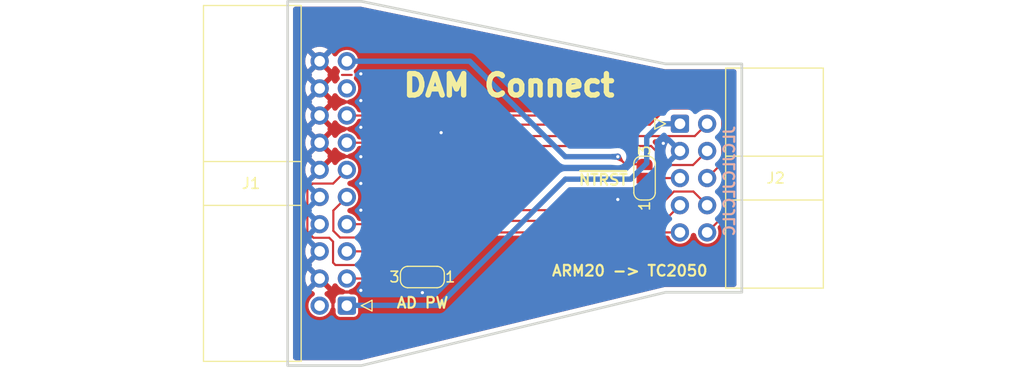
<source format=kicad_pcb>
(kicad_pcb (version 20240108) (generator "pcbnew") (generator_version "8.0")
  (title_block (title "DAM Connect") (date "2024-06-15") (rev "a") (comment 1 "MootSeeker 2024"))
  (layers (0 "F.Cu" signal) (31 "B.Cu" power) (34 "B.Paste" user) (35 "F.Paste" user) (36 "B.SilkS" user "B.Silkscreen") (37 "F.SilkS" user "F.Silkscreen") (38 "B.Mask" user) (39 "F.Mask" user) (44 "Edge.Cuts" user))
  (net 0 "")
  (net 1 "GND")
  (net 2 "/RTCLK")
  (net 3 "/TDI")
  (net 4 "/SWCLK")
  (net 5 "VCC")
  (net 6 "/~{RESET}")
  (net 8 "/SWDIO")
  (net 9 "/~{nTRST}")
  (net 11 "+5V")
  (net 12 "/SWO")
  (net 13 "Net-(J2-GNDDetect)")
  (net 14 "Net-(JP1-C)")
  (footprint "Jumper:SolderJumper-3_P1.3mm_Bridged12_RoundedPad1.0x1.5mm_NumberLabels" (layer "F.Cu") (at 169.5 89 90)
    (property "Reference" "JP1" (hide yes))
    (property "Value" "SolderJumper_3_Bridged12")
    (fp_poly (pts (xy -0.9 -0.3) (xy -0.4 -0.3) (xy -0.4 0.3) (xy -0.9 0.3)) (fill solid) (layer "F.Cu"))
    (fp_line (start -1.4 -1) (end 1.4 -1) (stroke (width 0.12)) (layer "F.SilkS"))
    (fp_line (start 2.05 -0.3) (end 2.05 0.3) (stroke (width 0.12)) (layer "F.SilkS"))
    (fp_line (start -2.05 0.3) (end -2.05 -0.3) (stroke (width 0.12)) (layer "F.SilkS"))
    (fp_line (start 1.4 1) (end -1.4 1) (stroke (width 0.12)) (layer "F.SilkS"))
    (fp_arc (start 1.35 -1) (mid 1.844975 -0.794975) (end 2.05 -0.3) (stroke (width 0.12)) (layer "F.SilkS"))
    (fp_arc (start -2.05 -0.3) (mid -1.844975 -0.794975) (end -1.35 -1) (stroke (width 0.12)) (layer "F.SilkS"))
    (fp_arc (start 2.05 0.3) (mid 1.844975 0.794975) (end 1.35 1) (stroke (width 0.12)) (layer "F.SilkS"))
    (fp_arc (start -1.35 1) (mid -1.844975 0.794975) (end -2.05 0.3) (stroke (width 0.12)) (layer "F.SilkS"))
    (fp_text user "1" (at -2.6 0 90) (layer "F.SilkS"))
    (fp_text user "3" (at 2.6 0 90) (layer "F.SilkS"))
    (pad "1" smd custom (at -1.3 0 90) (size 1 0.5) (layers "F.Cu" "F.Mask") (net 1 "GND") (options (clearance outline) (anchor rect)) (primitives (gr_poly (pts (xy 0.55 0.75) (xy 0 0.75) (xy 0 -0.75) (xy 0.55 -0.75)) (width 0) (fill yes)) (gr_circle (center 0 0.25) (end 0.5 0.25) (width 0) (fill yes)) (gr_circle (center 0 -0.25) (end 0.5 -0.25) (width 0) (fill yes))))
    (pad "2" smd rect (at 0 0 90) (size 1 1.5) (layers "F.Cu" "F.Mask") (net 14 "Net-(JP1-C)"))
    (pad "3" smd custom (at 1.3 0 90) (size 1 0.5) (layers "F.Cu" "F.Mask") (net 11 "+5V") (options (clearance outline) (anchor rect)) (primitives (gr_circle (center 0 0.25) (end 0.5 0.25) (width 0) (fill yes)) (gr_circle (center 0 -0.25) (end 0.5 -0.25) (width 0) (fill yes)) (gr_poly (pts (xy 0 0.75) (xy -0.55 0.75) (xy -0.55 -0.75) (xy 0 -0.75)) (width 0) (fill yes))))
  )
  (footprint "Connector_IDC:IDC-Header_2x05_P2.54mm_Horizontal" (layer "F.Cu") (at 172.8025 83.92)
    (property "Reference" "J2" (at 8.9475 5.08 0) (layer "F.SilkS"))
    (property "Value" "Conn_ARM_JTAG_SWD_10")
    (fp_line (start -2.35 -0.5) (end -2.35 0.5) (stroke (width 0.12)) (layer "F.SilkS"))
    (fp_line (start -2.35 0.5) (end -1.35 0) (stroke (width 0.12)) (layer "F.SilkS"))
    (fp_line (start -1.35 0) (end -2.35 -0.5) (stroke (width 0.12)) (layer "F.SilkS"))
    (fp_line (start 4.27 -5.21) (end 13.39 -5.21) (stroke (width 0.12)) (layer "F.SilkS"))
    (fp_line (start 4.27 3.03) (end 13.39 3.03) (stroke (width 0.12)) (layer "F.SilkS"))
    (fp_line (start 4.27 7.13) (end 13.39 7.13) (stroke (width 0.12)) (layer "F.SilkS"))
    (fp_line (start 4.27 15.37) (end 4.27 -5.21) (stroke (width 0.12)) (layer "F.SilkS"))
    (fp_line (start 13.39 -5.21) (end 13.39 15.37) (stroke (width 0.12)) (layer "F.SilkS"))
    (fp_line (start 13.39 15.37) (end 4.27 15.37) (stroke (width 0.12)) (layer "F.SilkS"))
    (pad "1" thru_hole roundrect (at 0 0) (size 1.7 1.7) (drill 1) (layers "*.Cu" "*.Mask") (roundrect_rratio 0.147059) (net 5 "VCC"))
    (pad "2" thru_hole circle (at 2.54 0) (size 1.7 1.7) (drill 1) (layers "*.Cu" "*.Mask") (net 8 "/SWDIO"))
    (pad "3" thru_hole circle (at 0 2.54) (size 1.7 1.7) (drill 1) (layers "*.Cu" "*.Mask") (net 1 "GND"))
    (pad "4" thru_hole circle (at 2.54 2.54) (size 1.7 1.7) (drill 1) (layers "*.Cu" "*.Mask") (net 4 "/SWCLK"))
    (pad "5" thru_hole circle (at 0 5.08) (size 1.7 1.7) (drill 1) (layers "*.Cu" "*.Mask") (net 14 "Net-(JP1-C)"))
    (pad "6" thru_hole circle (at 2.54 5.08) (size 1.7 1.7) (drill 1) (layers "*.Cu" "*.Mask") (net 12 "/SWO"))
    (pad "7" thru_hole circle (at 0 7.62) (size 1.7 1.7) (drill 1) (layers "*.Cu" "*.Mask") (net 2 "/RTCLK"))
    (pad "8" thru_hole circle (at 2.54 7.62) (size 1.7 1.7) (drill 1) (layers "*.Cu" "*.Mask") (net 3 "/TDI"))
    (pad "9" thru_hole circle (at 0 10.16) (size 1.7 1.7) (drill 1) (layers "*.Cu" "*.Mask") (net 13 "Net-(J2-GNDDetect)"))
    (pad "10" thru_hole circle (at 2.54 10.16) (size 1.7 1.7) (drill 1) (layers "*.Cu" "*.Mask") (net 6 "/~{RESET}"))
  )
  (footprint "Connector_IDC:IDC-Header_2x10_P2.54mm_Horizontal" (layer "F.Cu") (at 141.6975 100.93 180)
    (property "Reference" "J1" (at 8.9475 11.43 0) (layer "F.SilkS"))
    (property "Value" "Conn_ARM_JTAG_SWD_20")
    (fp_line (start 13.39 28.07) (end 4.27 28.07) (stroke (width 0.12)) (layer "F.SilkS"))
    (fp_line (start 13.39 -5.21) (end 13.39 28.07) (stroke (width 0.12)) (layer "F.SilkS"))
    (fp_line (start 4.27 28.07) (end 4.27 -5.21) (stroke (width 0.12)) (layer "F.SilkS"))
    (fp_line (start 4.27 13.48) (end 13.39 13.48) (stroke (width 0.12)) (layer "F.SilkS"))
    (fp_line (start 4.27 9.38) (end 13.39 9.38) (stroke (width 0.12)) (layer "F.SilkS"))
    (fp_line (start 4.27 -5.21) (end 13.39 -5.21) (stroke (width 0.12)) (layer "F.SilkS"))
    (fp_line (start -1.35 0) (end -2.35 -0.5) (stroke (width 0.12)) (layer "F.SilkS"))
    (fp_line (start -2.35 0.5) (end -1.35 0) (stroke (width 0.12)) (layer "F.SilkS"))
    (fp_line (start -2.35 -0.5) (end -2.35 0.5) (stroke (width 0.12)) (layer "F.SilkS"))
    (pad "1" thru_hole roundrect (at 0 0 180) (size 1.7 1.7) (drill 1) (layers "*.Cu" "*.Mask") (roundrect_rratio 0.147059) (net 5 "VCC"))
    (pad "2" thru_hole circle (at 2.54 0 180) (size 1.7 1.7) (drill 1) (layers "*.Cu" "*.Mask"))
    (pad "3" thru_hole circle (at 0 2.54 180) (size 1.7 1.7) (drill 1) (layers "*.Cu" "*.Mask") (net 9 "/~{nTRST}"))
    (pad "4" thru_hole circle (at 2.54 2.54 180) (size 1.7 1.7) (drill 1) (layers "*.Cu" "*.Mask") (net 1 "GND"))
    (pad "5" thru_hole circle (at 0 5.08 180) (size 1.7 1.7) (drill 1) (layers "*.Cu" "*.Mask") (net 3 "/TDI"))
    (pad "6" thru_hole circle (at 2.54 5.08 180) (size 1.7 1.7) (drill 1) (layers "*.Cu" "*.Mask") (net 1 "GND"))
    (pad "7" thru_hole circle (at 0 7.62 180) (size 1.7 1.7) (drill 1) (layers "*.Cu" "*.Mask") (net 8 "/SWDIO"))
    (pad "8" thru_hole circle (at 2.54 7.62 180) (size 1.7 1.7) (drill 1) (layers "*.Cu" "*.Mask") (net 1 "GND"))
    (pad "9" thru_hole circle (at 0 10.16 180) (size 1.7 1.7) (drill 1) (layers "*.Cu" "*.Mask") (net 4 "/SWCLK"))
    (pad "10" thru_hole circle (at 2.54 10.16 180) (size 1.7 1.7) (drill 1) (layers "*.Cu" "*.Mask") (net 1 "GND"))
    (pad "11" thru_hole circle (at 0 12.7 180) (size 1.7 1.7) (drill 1) (layers "*.Cu" "*.Mask") (net 2 "/RTCLK"))
    (pad "12" thru_hole circle (at 2.54 12.7 180) (size 1.7 1.7) (drill 1) (layers "*.Cu" "*.Mask") (net 1 "GND"))
    (pad "13" thru_hole circle (at 0 15.24 180) (size 1.7 1.7) (drill 1) (layers "*.Cu" "*.Mask") (net 12 "/SWO"))
    (pad "14" thru_hole circle (at 2.54 15.24 180) (size 1.7 1.7) (drill 1) (layers "*.Cu" "*.Mask") (net 1 "GND"))
    (pad "15" thru_hole circle (at 0 17.78 180) (size 1.7 1.7) (drill 1) (layers "*.Cu" "*.Mask") (net 6 "/~{RESET}"))
    (pad "16" thru_hole circle (at 2.54 17.78 180) (size 1.7 1.7) (drill 1) (layers "*.Cu" "*.Mask") (net 1 "GND"))
    (pad "17" thru_hole circle (at 0 20.32 180) (size 1.7 1.7) (drill 1) (layers "*.Cu" "*.Mask"))
    (pad "18" thru_hole circle (at 2.54 20.32 180) (size 1.7 1.7) (drill 1) (layers "*.Cu" "*.Mask") (net 1 "GND"))
    (pad "19" thru_hole circle (at 0 22.86 180) (size 1.7 1.7) (drill 1) (layers "*.Cu" "*.Mask") (net 11 "+5V"))
    (pad "20" thru_hole circle (at 2.54 22.86 180) (size 1.7 1.7) (drill 1) (layers "*.Cu" "*.Mask") (net 1 "GND"))
  )
  (footprint "Fiducial:Fiducial_0.5mm_Mask1mm" (layer "F.Cu") (at 144 104.5)
    (property "Reference" "FID2" (hide yes))
    (property "Value" "Fiducial")
    (pad "" smd circle (at 0 0) (size 0.5 0.5) (layers "F.Cu" "F.Mask") (clearance 0.25))
  )
  (footprint "Jumper:SolderJumper-3_P1.3mm_Bridged12_RoundedPad1.0x1.5mm_NumberLabels" (layer "F.Cu") (at 148.75 98.25 180)
    (property "Reference" "JP2" (hide yes))
    (property "Value" "SolderJumper_3_Bridged12")
    (fp_poly (pts (xy -0.9 -0.3) (xy -0.4 -0.3) (xy -0.4 0.3) (xy -0.9 0.3)) (fill solid) (layer "F.Cu"))
    (fp_line (start 2.05 -0.3) (end 2.05 0.3) (stroke (width 0.12)) (layer "F.SilkS"))
    (fp_line (start 1.4 1) (end -1.4 1) (stroke (width 0.12)) (layer "F.SilkS"))
    (fp_line (start -1.4 -1) (end 1.4 -1) (stroke (width 0.12)) (layer "F.SilkS"))
    (fp_line (start -2.05 0.3) (end -2.05 -0.3) (stroke (width 0.12)) (layer "F.SilkS"))
    (fp_arc (start 2.05 0.3) (mid 1.844975 0.794975) (end 1.35 1) (stroke (width 0.12)) (layer "F.SilkS"))
    (fp_arc (start 1.35 -1) (mid 1.844975 -0.794975) (end 2.05 -0.3) (stroke (width 0.12)) (layer "F.SilkS"))
    (fp_arc (start -1.35 1) (mid -1.844975 0.794975) (end -2.05 0.3) (stroke (width 0.12)) (layer "F.SilkS"))
    (fp_arc (start -2.05 -0.3) (mid -1.844975 -0.794975) (end -1.35 -1) (stroke (width 0.12)) (layer "F.SilkS"))
    (fp_text user "3" (at 2.6 0 0) (layer "F.SilkS"))
    (fp_text user "1" (at -2.6 0 0) (layer "F.SilkS"))
    (pad "1" smd custom (at -1.3 0 180) (size 1 0.5) (layers "F.Cu" "F.Mask") (net 13 "Net-(J2-GNDDetect)") (options (clearance outline) (anchor rect)) (primitives (gr_poly (pts (xy 0.55 0.75) (xy 0 0.75) (xy 0 -0.75) (xy 0.55 -0.75)) (width 0) (fill yes)) (gr_circle (center 0 0.25) (end 0.5 0.25) (width 0) (fill yes)) (gr_circle (center 0 -0.25) (end 0.5 -0.25) (width 0) (fill yes))))
    (pad "2" smd rect (at 0 0 180) (size 1 1.5) (layers "F.Cu" "F.Mask") (net 1 "GND"))
    (pad "3" smd custom (at 1.3 0 180) (size 1 0.5) (layers "F.Cu" "F.Mask") (net 9 "/~{nTRST}") (options (clearance outline) (anchor rect)) (primitives (gr_circle (center 0 0.25) (end 0.5 0.25) (width 0) (fill yes)) (gr_circle (center 0 -0.25) (end 0.5 -0.25) (width 0) (fill yes)) (gr_poly (pts (xy 0 0.75) (xy -0.55 0.75) (xy -0.55 -0.75) (xy 0 -0.75)) (width 0) (fill yes))))
  )
  (footprint "Fiducial:Fiducial_0.5mm_Mask1mm" (layer "F.Cu") (at 170.5 79.75)
    (property "Reference" "FID1" (hide yes))
    (property "Value" "Fiducial")
    (pad "" smd circle (at 0 0) (size 0.5 0.5) (layers "F.Cu" "F.Mask") (clearance 0.25))
  )
  (gr_poly (pts (xy 136.1675 106.53) (xy 136.1675 72.47) (xy 143.0475 72.47) (xy 171.4525 78.32) (xy 178.5825 78.32) (xy 178.5825 99.68) (xy 171.4525 99.68) (xy 143.0475 106.53)) (stroke (width 0.25)) (fill none) (layer "Edge.Cuts"))
  (gr_text "JLCJLCJLCJLC" (at 178 84 90) (layer "B.SilkS") (effects (font (size 1 1) (thickness 0.2) (bold yes)) (justify left bottom mirror)))
  (gr_text "AD PW" (at 146.25 101.25 0) (layer "F.SilkS") (effects (font (size 1 1) (thickness 0.2) (bold yes)) (justify left bottom)))
  (gr_text "DAM Connect" (at 146.75 81.5 0) (layer "F.SilkS") (effects (font (size 2 2) (thickness 0.5) (bold yes)) (justify left bottom)))
  (gr_text "ARM20 -> TC2050" (at 160.75 98.25 0) (layer "F.SilkS") (effects (font (size 1 1) (thickness 0.2) (bold yes)) (justify left bottom)))
  (gr_text "~{NTRST}" (at 163.25 89.75 0) (layer "F.SilkS") (effects (font (size 1 1) (thickness 0.2) (bold yes)) (justify left bottom)))
  (segment (start 141.241654 79.351006) (end 142.144964 79.351006) (width 0.2) (layer "F.Cu") (net 0))
  (segment (start 141.25856 81.88266) (end 142.16187 81.88266) (width 0.3) (layer "F.Cu") (net 1))
  (segment (start 140.397122 101.417914) (end 140.397122 100.514604) (width 0.3) (layer "F.Cu") (net 1))
  (segment (start 167 91) (end 167.7 90.3) (width 0.2) (layer "F.Cu") (net 1))
  (segment (start 141.241654 86.976619) (end 142.144964 86.976619) (width 0.3) (layer "F.Cu") (net 1))
  (segment (start 148.75 99.713679) (end 148.736321 99.7) (width 0.2) (layer "F.Cu") (net 1))
  (segment (start 167.7 90.3) (end 169.5 90.3) (width 0.2) (layer "F.Cu") (net 1))
  (segment (start 141.279424 99.653309) (end 142.182734 99.653309) (width 0.3) (layer "F.Cu") (net 1))
  (segment (start 141.216546 84.393021) (end 142.119856 84.393021) (width 0.3) (layer "F.Cu") (net 1))
  (segment (start 148.75 98.25) (end 148.75 99.713679) (width 0.2) (layer "F.Cu") (net 1))
  (via (at 167 91) (size 0.6) (drill 0.3) (layers "F.Cu" "B.Cu") (net 1))
  (via (at 143 87) (size 0.6) (drill 0.3) (layers "F.Cu" "B.Cu") (net 1))
  (via (at 143 99.5) (size 0.6) (drill 0.3) (layers "F.Cu" "B.Cu") (net 1))
  (via (at 171.25 85.75) (size 0.6) (drill 0.3) (layers "F.Cu" "B.Cu") (net 1))
  (via (at 143 81.75) (size 0.6) (drill 0.3) (layers "F.Cu" "B.Cu") (net 1))
  (via (at 143 89.5) (size 0.6) (drill 0.3) (layers "F.Cu" "B.Cu") (net 1))
  (via (at 150.5 84.75) (size 0.6) (drill 0.3) (layers "F.Cu" "B.Cu") (net 1))
  (via (at 148.75 99.713679) (size 0.6) (drill 0.3) (layers "F.Cu" "B.Cu") (net 1))
  (via (at 143 84.25) (size 0.6) (drill 0.3) (layers "F.Cu" "B.Cu") (net 1))
  (via (at 143 79.25) (size 0.6) (drill 0.3) (layers "F.Cu" "B.Cu") (net 1))
  (via (at 143 92) (size 0.6) (drill 0.3) (layers "F.Cu" "B.Cu") (net 1))
  (segment (start 141.6975 88.23) (end 140.417173 89.510327) (width 0.2) (layer "F.Cu") (net 2))
  (segment (start 138.489673 89.510327) (end 138.0075 89.9925) (width 0.2) (layer "F.Cu") (net 2))
  (segment (start 140.407625 96.907625) (end 140.630711 97.130711) (width 0.2) (layer "F.Cu") (net 2))
  (segment (start 140.048761 94.581838) (end 140.407625 94.940702) (width 0.2) (layer "F.Cu") (net 2))
  (segment (start 171.3425 93) (end 172.8025 91.54) (width 0.2) (layer "F.Cu") (net 2))
  (segment (start 140.630711 97.130711) (end 146.369289 97.130711) (width 0.2) (layer "F.Cu") (net 2))
  (segment (start 140.407625 94.940702) (end 140.407625 96.907625) (width 0.2) (layer "F.Cu") (net 2))
  (segment (start 146.369289 97.130711) (end 150.5 93) (width 0.2) (layer "F.Cu") (net 2))
  (segment (start 150.5 93) (end 171.3425 93) (width 0.2) (layer "F.Cu") (net 2))
  (segment (start 140.417173 89.510327) (end 138.489673 89.510327) (width 0.2) (layer "F.Cu") (net 2))
  (segment (start 138.0075 94.0075) (end 138.581838 94.581838) (width 0.2) (layer "F.Cu") (net 2))
  (segment (start 138.0075 89.9925) (end 138.0075 94.0075) (width 0.2) (layer "F.Cu") (net 2))
  (segment (start 138.581838 94.581838) (end 140.048761 94.581838) (width 0.2) (layer "F.Cu") (net 2))
  (segment (start 170.5 92) (end 149.25 92) (width 0.2) (layer "F.Cu") (net 3))
  (segment (start 149.25 92) (end 145.4 95.85) (width 0.2) (layer "F.Cu") (net 3))
  (segment (start 175.3425 91.54) (end 174.060245 90.257745) (width 0.2) (layer "F.Cu") (net 3))
  (segment (start 174.060245 90.257745) (end 172.242255 90.257745) (width 0.2) (layer "F.Cu") (net 3))
  (segment (start 145.4 95.85) (end 141.6975 95.85) (width 0.2) (layer "F.Cu") (net 3))
  (segment (start 172.242255 90.257745) (end 170.5 92) (width 0.2) (layer "F.Cu") (net 3))
  (segment (start 171.883504 87.775427) (end 174.027073 87.775427) (width 0.2) (layer "F.Cu") (net 4))
  (segment (start 153 86) (end 170.108077 86) (width 0.2) (layer "F.Cu") (net 4))
  (segment (start 141.6975 90.77) (end 140.433548 92.033952) (width 0.2) (layer "F.Cu") (net 4))
  (segment (start 174.027073 87.775427) (end 175.3425 86.46) (width 0.2) (layer "F.Cu") (net 4))
  (segment (start 141.056019 94.556019) (end 144.443981 94.556019) (width 0.2) (layer "F.Cu") (net 4))
  (segment (start 140.433548 92.033952) (end 140.433548 93.933548) (width 0.2) (layer "F.Cu") (net 4))
  (segment (start 140.433548 93.933548) (end 141.056019 94.556019) (width 0.2) (layer "F.Cu") (net 4))
  (segment (start 144.443981 94.556019) (end 153 86) (width 0.2) (layer "F.Cu") (net 4))
  (segment (start 170.108077 86) (end 171.883504 87.775427) (width 0.2) (layer "F.Cu") (net 4))
  (segment (start 169.7 85.2) (end 170.98 83.92) (width 0.5) (layer "B.Cu") (net 5))
  (segment (start 141.6975 100.93) (end 141.6975 100.9025) (width 0.5) (layer "B.Cu") (net 5))
  (segment (start 170.98 83.92) (end 172.8025 83.92) (width 0.5) (layer "B.Cu") (net 5))
  (segment (start 150.3 100.9) (end 162.1 89.1) (width 0.5) (layer "B.Cu") (net 5))
  (segment (start 162.1 89.1) (end 168.2 89.1) (width 0.5) (layer "B.Cu") (net 5))
  (segment (start 168.2 89.1) (end 169.7 87.6) (width 0.5) (layer "B.Cu") (net 5))
  (segment (start 169.7 87.6) (end 169.7 85.2) (width 0.5) (layer "B.Cu") (net 5))
  (segment (start 141.7 100.9) (end 150.3 100.9) (width 0.5) (layer "B.Cu") (net 5))
  (segment (start 141.6975 100.9025) (end 141.7 100.9) (width 0.5) (layer "B.Cu") (net 5))
  (segment (start 177.25 92.1725) (end 177.25 82.75) (width 0.2) (layer "F.Cu") (net 6))
  (segment (start 171.25 81.75) (end 169.85 83.15) (width 0.2) (layer "F.Cu") (net 6))
  (segment (start 176.25 81.75) (end 171.25 81.75) (width 0.2) (layer "F.Cu") (net 6))
  (segment (start 175.3425 94.08) (end 177.25 92.1725) (width 0.2) (layer "F.Cu") (net 6))
  (segment (start 177.25 82.75) (end 176.25 81.75) (width 0.2) (layer "F.Cu") (net 6))
  (segment (start 169.85 83.15) (end 141.6975 83.15) (width 0.2) (layer "F.Cu") (net 6))
  (segment (start 141.6975 93.31) (end 143.19 93.31) (width 0.2) (layer "F.Cu") (net 8))
  (segment (start 174.1925 85.07) (end 175.3425 83.92) (width 0.2) (layer "F.Cu") (net 8))
  (segment (start 151.43 85.07) (end 174.1925 85.07) (width 0.2) (layer "F.Cu") (net 8))
  (segment (start 143.19 93.31) (end 151.43 85.07) (width 0.2) (layer "F.Cu") (net 8))
  (segment (start 147.49 98.39) (end 147.5 98.4) (width 0.2) (layer "F.Cu") (net 9))
  (segment (start 141.6975 98.39) (end 147.49 98.39) (width 0.2) (layer "F.Cu") (net 9))
  (segment (start 167.7 87.7) (end 169.5 87.7) (width 0.2) (layer "F.Cu") (net 11))
  (segment (start 167 87) (end 167.7 87.7) (width 0.2) (layer "F.Cu") (net 11))
  (via (at 167 87) (size 0.6) (drill 0.3) (layers "F.Cu" "B.Cu") (net 11))
  (segment (start 141.6975 78.07) (end 153.17 78.07) (width 0.5) (layer "B.Cu") (net 11))
  (segment (start 162.1 87) (end 167 87) (width 0.5) (layer "B.Cu") (net 11))
  (segment (start 153.17 78.07) (end 162.1 87) (width 0.5) (layer "B.Cu") (net 11))
  (segment (start 176.75 87.5925) (end 175.3425 89) (width 0.2) (layer "F.Cu") (net 12))
  (segment (start 141.6975 85.69) (end 143.31 85.69) (width 0.2) (layer "F.Cu") (net 12))
  (segment (start 171.5 82.5) (end 176.024423 82.5) (width 0.2) (layer "F.Cu") (net 12))
  (segment (start 145 84) (end 170 84) (width 0.2) (layer "F.Cu") (net 12))
  (segment (start 170 84) (end 171.5 82.5) (width 0.2) (layer "F.Cu") (net 12))
  (segment (start 143.31 85.69) (end 145 84) (width 0.2) (layer "F.Cu") (net 12))
  (segment (start 176.75 83.225577) (end 176.75 87.5925) (width 0.2) (layer "F.Cu") (net 12))
  (segment (start 176.024423 82.5) (end 176.75 83.225577) (width 0.2) (layer "F.Cu") (net 12))
  (segment (start 151.67 94.08) (end 172.8025 94.08) (width 0.2) (layer "F.Cu") (net 13))
  (segment (start 150.05 95.7) (end 151.67 94.08) (width 0.2) (layer "F.Cu") (net 13))
  (segment (start 150.05 98.25) (end 150.05 95.7) (width 0.2) (layer "F.Cu") (net 13))
  (segment (start 172.8025 89) (end 169.5 89) (width 0.2) (layer "F.Cu") (net 14))
  (zone (net 0) (net_name "") (layer "F.Cu") (name "GND") (connect_pads (clearance 0)) (min_thickness 0.5)
    (keepout (tracks allowed) (vias allowed) (pads allowed) (copperpour not_allowed) (footprints allowed))
    (fill (thermal_gap 0.5) (thermal_bridge_width 0.5))
    (polygon (pts (xy 166.5 89.5) (xy 166.5 91.75) (xy 170.5 91.75) (xy 170.5 89.5)))
  )
  (zone (net 0) (net_name "") (layer "F.Cu") (name "GND") (connect_pads (clearance 0)) (min_thickness 0.5)
    (keepout (tracks allowed) (vias allowed) (pads allowed) (copperpour not_allowed) (footprints allowed))
    (fill (thermal_gap 0.5) (thermal_bridge_width 0.5))
    (polygon (pts (xy 148.25 97.25) (xy 149.25 97.25) (xy 149.25 99.562926) (xy 148.25 99.562926)))
  )
  (zone (net 1) (net_name "GND") (layer "F.Cu") (name "GND") (priority 1) (connect_pads (clearance 0)) (min_thickness 0.5) (fill yes (thermal_gap 0.5) (thermal_bridge_width 0.5) (smoothing fillet))
    (polygon (pts (xy 136.1675 72.47) (xy 136.1675 106.53) (xy 143.0475 106.53) (xy 171.4525 99.68) (xy 178.5825 99.68) (xy 178.5825 78.32) (xy 171.4525 78.32) (xy 143.0475 72.47)))
  )
  (zone (net 0) (net_name "") (layer "B.Cu") (name "GND") (connect_pads (clearance 0)) (min_thickness 0.5)
    (keepout (tracks allowed) (vias allowed) (pads allowed) (copperpour not_allowed) (footprints allowed))
    (fill (thermal_gap 0.5) (thermal_bridge_width 0.5))
    (polygon (pts (xy 139.25 78) (xy 139.25 100.75) (xy 141.75 101) (xy 141.75 78)))
  )
  (zone (net 1) (net_name "GND") (layer "B.Cu") (name "GND") (connect_pads (clearance 0.5)) (min_thickness 0.5) (fill yes (thermal_gap 0.5) (thermal_bridge_width 0.5) (smoothing fillet))
    (polygon (pts (xy 127.9175 72.47) (xy 127.9175 106.53) (xy 143.0475 106.53) (xy 171.4525 99.68) (xy 186.5825 99.68) (xy 186.5825 78.32) (xy 171.4525 78.32) (xy 143.0475 72.47)))
  )
  (zone (net 0) (net_name "") (layer "B.Cu") (name "GND") (connect_pads (clearance 0)) (min_thickness 0.5)
    (keepout (tracks allowed) (vias allowed) (pads allowed) (copperpour not_allowed) (footprints allowed))
    (fill (thermal_gap 0.5) (thermal_bridge_width 0.5))
    (polygon (pts (xy 172.8 83.9) (xy 172.8 94.1) (xy 175.3 94.1) (xy 175.3 83.9)))
  )
)
</source>
